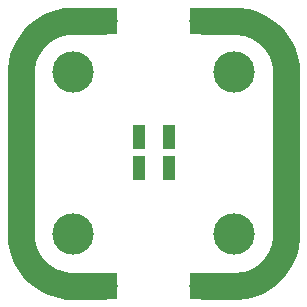
<source format=gbs>
%FSTAX44Y44*%
%MOMM*%
%SFA1B1*%

%IPPOS*%
%ADD19C,0.799998*%
%ADD29C,2.299995*%
%ADD30R,2.092896X2.304095*%
%ADD46C,3.499993*%
%ADD51R,0.999998X1.999996*%
%LNpcb1-1*%
%LPD*%
G54D19*
X00555504Y00501159D03*
Y00484159D03*
X00330985Y00501159D03*
Y00484159D03*
X0039168Y00561854D03*
X0040868D03*
X00494809D03*
X00477809D03*
X00494809Y00337335D03*
X00477809D03*
X00555504Y0039803D03*
Y0041503D03*
Y0043203D03*
Y0044903D03*
Y0046603D03*
X00330985Y0039803D03*
Y0041503D03*
Y0043203D03*
Y0044903D03*
Y0046603D03*
X0051181Y00337335D03*
X0040868D03*
X0039168D03*
X0037468D03*
X00555504Y0038103D03*
X00552178Y00364309D03*
X0052853Y00340661D03*
X00542706Y00350133D03*
X00330985Y0038103D03*
X00357959Y00340661D03*
X00334311Y00364309D03*
X00343783Y00350133D03*
X0037468Y00561854D03*
X00330985Y0051816D03*
X00334311Y0053488D03*
X00357959Y00558528D03*
X00343783Y00549056D03*
X00542706D03*
X00552178Y0053488D03*
X0052853Y00558528D03*
X0051181Y00561854D03*
X00555504Y0051816D03*
G54D29*
X0051181Y00337335D02*
D01*
X00514858Y00337442*
X00517891Y00337761*
X00520894Y0033829*
X00523853Y00339028*
X00526754Y00339971*
X00529582Y00341113*
X00532323Y0034245*
X00534964Y00343975*
X00537493Y0034568*
X00539896Y00347558*
X00542163Y00349599*
X00544281Y00351793*
X00546241Y00354129*
X00548034Y00356596*
X0054965Y00359183*
X00551082Y00361876*
X00552323Y00364662*
X00553366Y00367528*
X00554206Y0037046*
X00554841Y00373443*
X00555265Y00376463*
X00555478Y00379505*
X00555504Y0038103*
Y0051816D02*
D01*
X00555398Y00521208*
X00555079Y00524241*
X0055455Y00527244*
X00553812Y00530203*
X00552869Y00533104*
X00551727Y00535932*
X0055039Y00538673*
X00548865Y00541314*
X00547159Y00543843*
X00545282Y00546246*
X00543241Y00548513*
X00541047Y00550631*
X00538711Y00552591*
X00536243Y00554384*
X00533657Y00556*
X00530964Y00557432*
X00528178Y00558673*
X00525312Y00559716*
X0052238Y00560556*
X00519397Y00561191*
X00516377Y00561615*
X00513334Y00561828*
X0051181Y00561854*
X00330985Y0038103D02*
D01*
X00331092Y00377982*
X00331411Y00374949*
X0033194Y00371946*
X00332678Y00368986*
X00333621Y00366086*
X00334763Y00363258*
X003361Y00360517*
X00337625Y00357876*
X0033933Y00355347*
X00341208Y00352944*
X00343249Y00350677*
X00345443Y00348559*
X00347779Y00346598*
X00350246Y00344806*
X00352833Y00343189*
X00355526Y00341758*
X00358312Y00340517*
X00361178Y00339474*
X0036411Y00338633*
X00367093Y00337999*
X00370113Y00337575*
X00373155Y00337362*
X0037468Y00337335*
Y00561854D02*
D01*
X00371632Y00561748*
X00368599Y00561429*
X00365596Y005609*
X00362636Y00560162*
X00359736Y00559219*
X00356908Y00558077*
X00354167Y0055674*
X00351526Y00555215*
X00348997Y00553509*
X00346594Y00551632*
X00344327Y00549591*
X00342209Y00547397*
X00340248Y00545061*
X00338456Y00542593*
X00336839Y00540007*
X00335408Y00537314*
X00334167Y00534528*
X00333124Y00531662*
X00332283Y0052873*
X00331649Y00525747*
X00331225Y00522727*
X00331012Y00519684*
X00330985Y0051816*
X00485609Y00561854D02*
X0051181D01*
X0037468D02*
X0040088D01*
X00555504Y0038103D02*
Y0051816D01*
X00330985Y0038103D02*
Y0051816D01*
X00485609Y00337335D02*
X0051181D01*
X0037468D02*
X0040088D01*
G54D30*
X00484301Y0056194D03*
X00402189Y00561768D03*
X00484301Y00337421D03*
X00402189Y00337249D03*
G54D46*
X0037468Y0051816D03*
Y0038103D03*
X0051181D03*
Y0051816D03*
G54D51*
X0043056Y0043691D03*
X0045596D03*
Y0046358D03*
X0043056D03*
M02*
</source>
